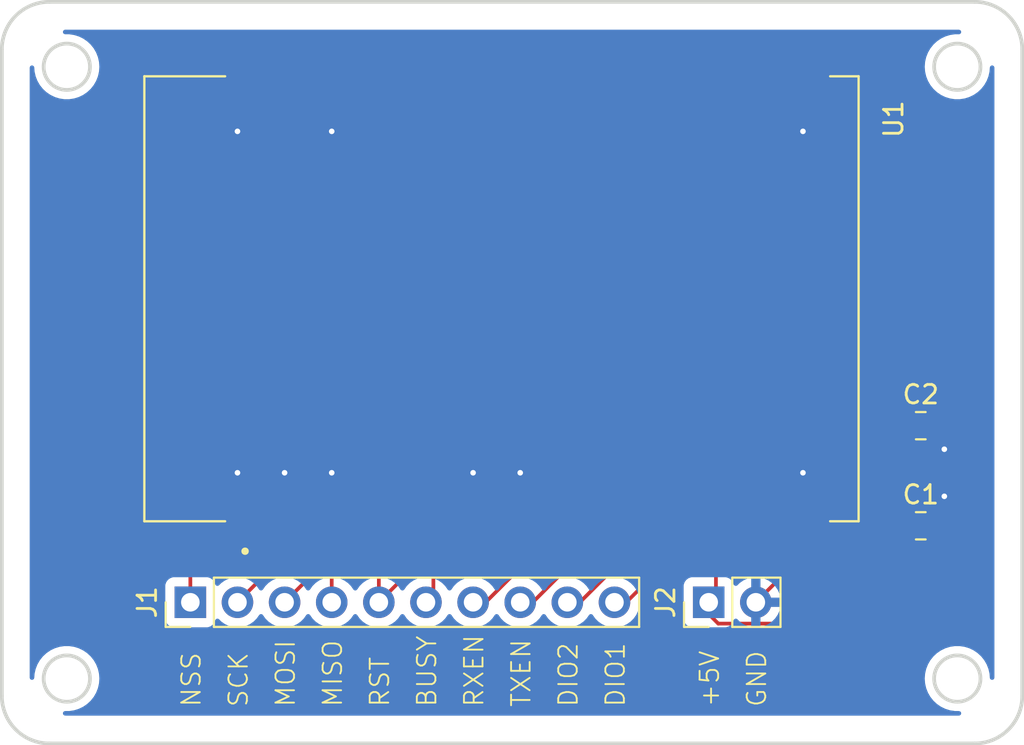
<source format=kicad_pcb>
(kicad_pcb (version 20240108) (generator "pcbnew") (generator_version "8.0")
  (layers (0 "F.Cu" signal) (31 "B.Cu" signal) (34 "B.Paste" user) (35 "F.Paste" user) (36 "B.SilkS" user "B.Silkscreen") (37 "F.SilkS" user "F.Silkscreen") (38 "B.Mask" user) (39 "F.Mask" user) (44 "Edge.Cuts" user))
  (net 0 "")
  (net 1 "+5V")
  (net 2 "GND")
  (net 4 "MISO")
  (net 5 "RXEN")
  (net 6 "MOSI")
  (net 7 "DIO1")
  (net 8 "NSS")
  (net 9 "DIO2")
  (net 10 "TXEN")
  (net 11 "BUSY")
  (net 12 "SCK")
  (net 13 "RST")
  (footprint "Connector_PinHeader_2.54mm:PinHeader_1x10_P2.54mm_Vertical" (layer "F.Cu") (at 119.38 128.905 90)
    (property "Reference" "J1" (at 0 -2.33 90) (layer "F.SilkS"))
    (property "Value" "Conn10")
    (fp_line (start -1.33 -1.33) (end 0 -1.33) (stroke (width 0.12)) (layer "F.SilkS"))
    (fp_line (start -1.33 0) (end -1.33 -1.33) (stroke (width 0.12)) (layer "F.SilkS"))
    (fp_line (start 1.33 1.27) (end 1.33 24.19) (stroke (width 0.12)) (layer "F.SilkS"))
    (fp_line (start -1.33 1.27) (end 1.33 1.27) (stroke (width 0.12)) (layer "F.SilkS"))
    (fp_line (start -1.33 1.27) (end -1.33 24.19) (stroke (width 0.12)) (layer "F.SilkS"))
    (fp_line (start -1.33 24.19) (end 1.33 24.19) (stroke (width 0.12)) (layer "F.SilkS"))
    (pad "1" thru_hole rect (at 0 0 90) (size 1.7 1.7) (drill 1) (layers "*.Cu" "*.Mask") (net 8 "NSS"))
    (pad "2" thru_hole oval (at 0 2.54 90) (size 1.7 1.7) (drill 1) (layers "*.Cu" "*.Mask") (net 12 "SCK"))
    (pad "3" thru_hole oval (at 0 5.08 90) (size 1.7 1.7) (drill 1) (layers "*.Cu" "*.Mask") (net 6 "MOSI"))
    (pad "4" thru_hole oval (at 0 7.62 90) (size 1.7 1.7) (drill 1) (layers "*.Cu" "*.Mask") (net 4 "MISO"))
    (pad "5" thru_hole oval (at 0 10.16 90) (size 1.7 1.7) (drill 1) (layers "*.Cu" "*.Mask") (net 13 "RST"))
    (pad "6" thru_hole oval (at 0 12.7 90) (size 1.7 1.7) (drill 1) (layers "*.Cu" "*.Mask") (net 11 "BUSY"))
    (pad "7" thru_hole oval (at 0 15.24 90) (size 1.7 1.7) (drill 1) (layers "*.Cu" "*.Mask") (net 5 "RXEN"))
    (pad "8" thru_hole oval (at 0 17.78 90) (size 1.7 1.7) (drill 1) (layers "*.Cu" "*.Mask") (net 10 "TXEN"))
    (pad "9" thru_hole oval (at 0 20.32 90) (size 1.7 1.7) (drill 1) (layers "*.Cu" "*.Mask") (net 9 "DIO2"))
    (pad "10" thru_hole oval (at 0 22.86 90) (size 1.7 1.7) (drill 1) (layers "*.Cu" "*.Mask") (net 7 "DIO1"))
  )
  (footprint "Connector_PinHeader_2.54mm:PinHeader_1x02_P2.54mm_Vertical" (layer "F.Cu") (at 147.32 128.905 90)
    (property "Reference" "J2" (at 0 -2.33 90) (layer "F.SilkS"))
    (property "Value" "Conn02")
    (fp_line (start -1.33 -1.33) (end 0 -1.33) (stroke (width 0.12)) (layer "F.SilkS"))
    (fp_line (start -1.33 0) (end -1.33 -1.33) (stroke (width 0.12)) (layer "F.SilkS"))
    (fp_line (start 1.33 1.27) (end 1.33 3.87) (stroke (width 0.12)) (layer "F.SilkS"))
    (fp_line (start -1.33 1.27) (end 1.33 1.27) (stroke (width 0.12)) (layer "F.SilkS"))
    (fp_line (start -1.33 1.27) (end -1.33 3.87) (stroke (width 0.12)) (layer "F.SilkS"))
    (fp_line (start -1.33 3.87) (end 1.33 3.87) (stroke (width 0.12)) (layer "F.SilkS"))
    (pad "1" thru_hole rect (at 0 0 90) (size 1.7 1.7) (drill 1) (layers "*.Cu" "*.Mask") (net 1 "+5V"))
    (pad "2" thru_hole oval (at 0 2.54 90) (size 1.7 1.7) (drill 1) (layers "*.Cu" "*.Mask") (net 2 "GND"))
  )
  (footprint "Capacitor_SMD:C_0805_2012Metric" (layer "F.Cu") (at 158.75 124.78)
    (property "Reference" "C1" (at 0 -1.68 360) (layer "F.SilkS"))
    (property "Value" "10uf")
    (fp_line (start -0.261252 -0.735) (end 0.261252 -0.735) (stroke (width 0.12)) (layer "F.SilkS"))
    (fp_line (start -0.261252 0.735) (end 0.261252 0.735) (stroke (width 0.12)) (layer "F.SilkS"))
    (pad "1" smd roundrect (at -0.95 0) (size 1 1.45) (layers "F.Cu" "F.Paste" "F.Mask") (net 1 "+5V"))
    (pad "2" smd roundrect (at 0.95 0) (size 1 1.45) (layers "F.Cu" "F.Paste" "F.Mask") (net 2 "GND"))
  )
  (footprint "E22M90030S:XCVR_E22-900M30S" (layer "F.Cu") (at 136.15 112.535 -90)
    (property "Reference" "U1" (at -9.69 -21.135 -90) (layer "F.SilkS"))
    (property "Value" "E22-900M30S")
    (fp_line (start -12 19.25) (end -12 14.895) (stroke (width 0.127)) (layer "F.SilkS"))
    (fp_line (start 12 19.25) (end -12 19.25) (stroke (width 0.127)) (layer "F.SilkS"))
    (fp_line (start 12 19.25) (end 12 14.895) (stroke (width 0.127)) (layer "F.SilkS"))
    (fp_line (start -12 -17.715) (end -12 -19.25) (stroke (width 0.127)) (layer "F.SilkS"))
    (fp_line (start -12 -19.25) (end 12 -19.25) (stroke (width 0.127)) (layer "F.SilkS"))
    (fp_line (start 12 -19.25) (end 12 -17.715) (stroke (width 0.127)) (layer "F.SilkS"))
    (fp_circle (center 13.615 13.82) (end 13.715 13.82) (stroke (width 0.2)) (fill none) (layer "F.SilkS"))
    (pad "1" smd rect (at 11.575 13.82 270) (size 2.08 1.51) (layers "F.Cu" "F.Paste" "F.Mask") (net 2 "GND"))
    (pad "2" smd rect (at 11.575 11.28 270) (size 2.08 1.51) (layers "F.Cu" "F.Paste" "F.Mask") (net 2 "GND"))
    (pad "3" smd rect (at 11.575 8.74 270) (size 2.08 1.51) (layers "F.Cu" "F.Paste" "F.Mask") (net 2 "GND"))
    (pad "4" smd rect (at 11.575 1.14 270) (size 2.08 1.51) (layers "F.Cu" "F.Paste" "F.Mask") (net 2 "GND"))
    (pad "5" smd rect (at 11.575 -1.4 270) (size 2.08 1.51) (layers "F.Cu" "F.Paste" "F.Mask") (net 2 "GND"))
    (pad "6" smd rect (at 11.575 -3.94 270) (size 2.08 1.51) (layers "F.Cu" "F.Paste" "F.Mask") (net 5 "RXEN"))
    (pad "7" smd rect (at 11.575 -6.48 270) (size 2.08 1.51) (layers "F.Cu" "F.Paste" "F.Mask") (net 10 "TXEN"))
    (pad "8" smd rect (at 11.575 -9.02 270) (size 2.08 1.51) (layers "F.Cu" "F.Paste" "F.Mask") (net 9 "DIO2"))
    (pad "9" smd rect (at 11.575 -11.56 270) (size 2.08 1.51) (layers "F.Cu" "F.Paste" "F.Mask") (net 1 "+5V"))
    (pad "10" smd rect (at 11.575 -14.1 270) (size 2.08 1.51) (layers "F.Cu" "F.Paste" "F.Mask") (net 1 "+5V"))
    (pad "11" smd rect (at 11.575 -16.64 270) (size 2.08 1.51) (layers "F.Cu" "F.Paste" "F.Mask") (net 2 "GND"))
    (pad "12" smd rect (at -11.575 -16.64 270) (size 2.08 1.51) (layers "F.Cu" "F.Paste" "F.Mask") (net 2 "GND"))
    (pad "13" smd rect (at -11.575 -14.1 270) (size 2.08 1.51) (layers "F.Cu" "F.Paste" "F.Mask") (net 7 "DIO1"))
    (pad "14" smd rect (at -11.575 -11.56 270) (size 2.08 1.51) (layers "F.Cu" "F.Paste" "F.Mask") (net 11 "BUSY"))
    (pad "15" smd rect (at -11.575 -9.02 270) (size 2.08 1.51) (layers "F.Cu" "F.Paste" "F.Mask") (net 13 "RST"))
    (pad "16" smd rect (at -11.575 -6.48 270) (size 2.08 1.51) (layers "F.Cu" "F.Paste" "F.Mask") (net 4 "MISO"))
    (pad "17" smd rect (at -11.575 -3.94 270) (size 2.08 1.51) (layers "F.Cu" "F.Paste" "F.Mask") (net 6 "MOSI"))
    (pad "18" smd rect (at -11.575 -1.4 270) (size 2.08 1.51) (layers "F.Cu" "F.Paste" "F.Mask") (net 12 "SCK"))
    (pad "19" smd rect (at -11.575 1.14 270) (size 2.08 1.51) (layers "F.Cu" "F.Paste" "F.Mask") (net 8 "NSS"))
    (pad "20" smd rect (at -11.575 8.74 270) (size 2.08 1.51) (layers "F.Cu" "F.Paste" "F.Mask") (net 2 "GND"))
    (pad "21" smd rect (at -11.575 11.28 270) (size 2.08 1.51) (layers "F.Cu" "F.Paste" "F.Mask"))
    (pad "22" smd rect (at -11.575 13.82 270) (size 2.08 1.51) (layers "F.Cu" "F.Paste" "F.Mask") (net 2 "GND"))
  )
  (footprint "Capacitor_SMD:C_0805_2012Metric" (layer "F.Cu") (at 158.75 119.38)
    (property "Reference" "C2" (at 0 -1.68 360) (layer "F.SilkS"))
    (property "Value" "100uf")
    (fp_line (start -0.261252 -0.735) (end 0.261252 -0.735) (stroke (width 0.12)) (layer "F.SilkS"))
    (fp_line (start -0.261252 0.735) (end 0.261252 0.735) (stroke (width 0.12)) (layer "F.SilkS"))
    (pad "1" smd roundrect (at -0.95 0) (size 1 1.45) (layers "F.Cu" "F.Paste" "F.Mask") (net 1 "+5V"))
    (pad "2" smd roundrect (at 0.95 0) (size 1 1.45) (layers "F.Cu" "F.Paste" "F.Mask") (net 2 "GND"))
  )
  (gr_arc (start 164.22 133.96) (mid 163.470193 135.770193) (end 161.66 136.52) (stroke (width 0.2)) (layer "Edge.Cuts"))
  (gr_circle (center 112.72 133.02) (end 113.97 133.02) (stroke (width 0.2)) (fill none) (layer "Edge.Cuts"))
  (gr_line (start 109.22 133.96) (end 109.22 99.08) (stroke (width 0.2)) (layer "Edge.Cuts"))
  (gr_circle (center 160.72 133.02) (end 161.97 133.02) (stroke (width 0.2)) (fill none) (layer "Edge.Cuts"))
  (gr_arc (start 109.22 99.08) (mid 109.969807 97.269807) (end 111.78 96.52) (stroke (width 0.2)) (layer "Edge.Cuts"))
  (gr_circle (center 112.72 100.02) (end 113.97 100.02) (stroke (width 0.2)) (fill none) (layer "Edge.Cuts"))
  (gr_line (start 161.66 136.52) (end 111.78 136.52) (stroke (width 0.2)) (layer "Edge.Cuts"))
  (gr_line (start 164.22 99.08) (end 164.22 133.96) (stroke (width 0.2)) (layer "Edge.Cuts"))
  (gr_arc (start 161.66 96.52) (mid 163.470193 97.269807) (end 164.22 99.08) (stroke (width 0.2)) (layer "Edge.Cuts"))
  (gr_circle (center 160.72 100.02) (end 161.97 100.02) (stroke (width 0.2)) (fill none) (layer "Edge.Cuts"))
  (gr_arc (start 111.78 136.52) (mid 109.969807 135.770193) (end 109.22 133.96) (stroke (width 0.2)) (layer "Edge.Cuts"))
  (gr_line (start 111.78 96.52) (end 161.66 96.52) (stroke (width 0.2)) (layer "Edge.Cuts"))
  (gr_text "MOSI" (at 125.095 134.62 90) (layer "F.SilkS") (effects (font (size 1 1) (thickness 0.1)) (justify left bottom)))
  (gr_text "+5V" (at 147.955 134.62 90) (layer "F.SilkS") (effects (font (size 1 1) (thickness 0.1)) (justify left bottom)))
  (gr_text "MISO" (at 127.635 134.62 90) (layer "F.SilkS") (effects (font (size 1 1) (thickness 0.1)) (justify left bottom)))
  (gr_text "GND" (at 150.495 134.62 90) (layer "F.SilkS") (effects (font (size 1 1) (thickness 0.1)) (justify left bottom)))
  (gr_text "DIO2" (at 140.335 134.62 90) (layer "F.SilkS") (effects (font (size 1 1) (thickness 0.1)) (justify left bottom)))
  (gr_text "SCK" (at 122.555 134.62 90) (layer "F.SilkS") (effects (font (size 1 1) (thickness 0.1)) (justify left bottom)))
  (gr_text "NSS" (at 120.015 134.62 90) (layer "F.SilkS") (effects (font (size 1 1) (thickness 0.1)) (justify left bottom)))
  (gr_text "RXEN" (at 135.255 134.62 90) (layer "F.SilkS") (effects (font (size 1 1) (thickness 0.1)) (justify left bottom)))
  (gr_text "BUSY" (at 132.715 134.62 90) (layer "F.SilkS") (effects (font (size 1 1) (thickness 0.1)) (justify left bottom)))
  (gr_text "DIO1" (at 142.875 134.62 90) (layer "F.SilkS") (effects (font (size 1 1) (thickness 0.1)) (justify left bottom)))
  (gr_text "TXEN" (at 137.795 134.62 90) (layer "F.SilkS") (effects (font (size 1 1) (thickness 0.1)) (justify left bottom)))
  (gr_text "RST" (at 130.175 134.62 90) (layer "F.SilkS") (effects (font (size 1 1) (thickness 0.1)) (justify left bottom)))
  (segment (start 152.525 130.055) (end 157.8 124.78) (width 0.2) (layer "F.Cu") (net 1))
  (segment (start 147.71 124.11) (end 150.25 124.11) (width 0.2) (layer "F.Cu") (net 1))
  (segment (start 147.835 130.055) (end 152.525 130.055) (width 0.2) (layer "F.Cu") (net 1))
  (segment (start 147.71 128.515) (end 147.32 128.905) (width 0.2) (layer "F.Cu") (net 1))
  (segment (start 157.8 124.78) (end 157.8 119.38) (width 0.2) (layer "F.Cu") (net 1))
  (segment (start 147.32 128.905) (end 147.32 129.54) (width 0.2) (layer "F.Cu") (net 1))
  (segment (start 147.32 129.54) (end 147.835 130.055) (width 0.2) (layer "F.Cu") (net 1))
  (segment (start 147.71 124.11) (end 147.71 128.515) (width 0.2) (layer "F.Cu") (net 1))
  (segment (start 127.41 103.095) (end 127.41 100.96) (width 0.2) (layer "F.Cu") (net 2))
  (segment (start 124.46 121.92) (end 124.87 122.33) (width 0.2) (layer "F.Cu") (net 2))
  (segment (start 149.86 128.905) (end 152.79 125.975) (width 0.2) (layer "F.Cu") (net 2))
  (segment (start 121.92 121.92) (end 122.33 122.33) (width 0.2) (layer "F.Cu") (net 2))
  (segment (start 137.55 122.31) (end 137.55 124.11) (width 0.2) (layer "F.Cu") (net 2))
  (segment (start 134.62 121.92) (end 134.62 123.72) (width 0.2) (layer "F.Cu") (net 2))
  (segment (start 121.92 103.505) (end 122.33 103.095) (width 0.2) (layer "F.Cu") (net 2))
  (segment (start 137.16 121.92) (end 137.55 122.31) (width 0.2) (layer "F.Cu") (net 2))
  (segment (start 152.79 125.975) (end 152.79 124.11) (width 0.2) (layer "F.Cu") (net 2))
  (segment (start 152.4 103.505) (end 152.79 103.115) (width 0.2) (layer "F.Cu") (net 2))
  (segment (start 152.4 121.92) (end 152.79 122.31) (width 0.2) (layer "F.Cu") (net 2))
  (segment (start 159.7 120.33) (end 160.02 120.65) (width 0.2) (layer "F.Cu") (net 2))
  (segment (start 127 121.92) (end 127 123.7) (width 0.2) (layer "F.Cu") (net 2))
  (segment (start 122.33 122.33) (end 122.33 124.11) (width 0.2) (layer "F.Cu") (net 2))
  (segment (start 124.87 122.33) (end 124.87 124.11) (width 0.2) (layer "F.Cu") (net 2))
  (segment (start 152.79 122.31) (end 152.79 124.11) (width 0.2) (layer "F.Cu") (net 2))
  (segment (start 127 123.7) (end 127.41 124.11) (width 0.2) (layer "F.Cu") (net 2))
  (segment (start 122.33 103.095) (end 122.33 100.96) (width 0.2) (layer "F.Cu") (net 2))
  (segment (start 152.79 103.115) (end 152.79 100.96) (width 0.2) (layer "F.Cu") (net 2))
  (segment (start 160.02 124.46) (end 159.7 124.78) (width 0.2) (layer "F.Cu") (net 2))
  (segment (start 127 103.505) (end 127.41 103.095) (width 0.2) (layer "F.Cu") (net 2))
  (segment (start 134.62 123.72) (end 135.01 124.11) (width 0.2) (layer "F.Cu") (net 2))
  (segment (start 160.02 123.19) (end 160.02 124.46) (width 0.2) (layer "F.Cu") (net 2))
  (segment (start 159.7 119.38) (end 159.7 120.33) (width 0.2) (layer "F.Cu") (net 2))
  (via (at 124.46 121.92) (size 0.6) (drill 0.3) (layers "F.Cu" "B.Cu") (net 2))
  (via (at 121.92 121.92) (size 0.6) (drill 0.3) (layers "F.Cu" "B.Cu") (net 2))
  (via (at 127 121.92) (size 0.6) (drill 0.3) (layers "F.Cu" "B.Cu") (net 2))
  (via (at 121.92 103.505) (size 0.6) (drill 0.3) (layers "F.Cu" "B.Cu") (net 2))
  (via (at 137.16 121.92) (size 0.6) (drill 0.3) (layers "F.Cu" "B.Cu") (net 2))
  (via (at 160.02 123.19) (size 0.6) (drill 0.3) (layers "F.Cu" "B.Cu") (net 2))
  (via (at 152.4 121.92) (size 0.6) (drill 0.3) (layers "F.Cu" "B.Cu") (net 2))
  (via (at 152.4 103.505) (size 0.6) (drill 0.3) (layers "F.Cu" "B.Cu") (net 2))
  (via (at 127 103.505) (size 0.6) (drill 0.3) (layers "F.Cu" "B.Cu") (net 2))
  (via (at 134.62 121.92) (size 0.6) (drill 0.3) (layers "F.Cu" "B.Cu") (net 2))
  (via (at 160.02 120.65) (size 0.6) (drill 0.3) (layers "F.Cu" "B.Cu") (net 2))
  (segment (start 129.54 124.46) (end 127 127) (width 0.2) (layer "F.Cu") (net 4))
  (segment (start 127 127) (end 127 128.905) (width 0.2) (layer "F.Cu") (net 4))
  (segment (start 129.54 114.3) (end 129.54 124.46) (width 0.2) (layer "F.Cu") (net 4))
  (segment (start 142.63 100.96) (end 142.63 101.21) (width 0.2) (layer "F.Cu") (net 4))
  (segment (start 142.63 101.21) (end 129.54 114.3) (width 0.2) (layer "F.Cu") (net 4))
  (segment (start 135.295 128.905) (end 134.62 128.905) (width 0.2) (layer "F.Cu") (net 5))
  (segment (start 140.09 124.11) (end 135.295 128.905) (width 0.2) (layer "F.Cu") (net 5))
  (segment (start 126.355 127.01) (end 124.46 128.905) (width 0.2) (layer "F.Cu") (net 6))
  (segment (start 140.09 100.96) (end 126.355 114.695) (width 0.2) (layer "F.Cu") (net 6))
  (segment (start 126.355 114.695) (end 126.355 127.01) (width 0.2) (layer "F.Cu") (net 6))
  (segment (start 150.25 116.635) (end 146.225 120.66) (width 0.2) (layer "F.Cu") (net 7))
  (segment (start 142.875 128.905) (end 142.24 128.905) (width 0.2) (layer "F.Cu") (net 7))
  (segment (start 150.25 100.96) (end 150.25 116.635) (width 0.2) (layer "F.Cu") (net 7))
  (segment (start 146.225 125.555) (end 142.875 128.905) (width 0.2) (layer "F.Cu") (net 7))
  (segment (start 146.225 120.66) (end 146.225 125.555) (width 0.2) (layer "F.Cu") (net 7))
  (segment (start 135.01 100.96) (end 119.38 116.59) (width 0.2) (layer "F.Cu") (net 8))
  (segment (start 119.38 116.59) (end 119.38 128.905) (width 0.2) (layer "F.Cu") (net 8))
  (segment (start 140.375 128.905) (end 139.7 128.905) (width 0.2) (layer "F.Cu") (net 9))
  (segment (start 145.17 124.11) (end 140.375 128.905) (width 0.2) (layer "F.Cu") (net 9))
  (segment (start 137.835 128.905) (end 137.16 128.905) (width 0.2) (layer "F.Cu") (net 10))
  (segment (start 142.63 124.11) (end 137.835 128.905) (width 0.2) (layer "F.Cu") (net 10))
  (segment (start 134.62 119.38) (end 132.48 121.52) (width 0.2) (layer "F.Cu") (net 11))
  (segment (start 132.61 128.905) (end 132.08 128.905) (width 0.2) (layer "F.Cu") (net 11))
  (segment (start 132.48 121.52) (end 132.48 128.505) (width 0.2) (layer "F.Cu") (net 11))
  (segment (start 134.62 114.05) (end 134.62 119.38) (width 0.2) (layer "F.Cu") (net 11))
  (segment (start 132.48 128.505) (end 132.08 128.905) (width 0.2) (layer "F.Cu") (net 11))
  (segment (start 147.71 100.96) (end 134.62 114.05) (width 0.2) (layer "F.Cu") (net 11))
  (segment (start 123.385 127.44) (end 121.92 128.905) (width 0.2) (layer "F.Cu") (net 12))
  (segment (start 123.385 115.125) (end 123.385 127.44) (width 0.2) (layer "F.Cu") (net 12))
  (segment (start 137.55 100.96) (end 123.385 115.125) (width 0.2) (layer "F.Cu") (net 12))
  (segment (start 132.08 114.3) (end 132.08 126.365) (width 0.2) (layer "F.Cu") (net 13))
  (segment (start 129.54 127.185) (end 129.54 128.905) (width 0.2) (layer "F.Cu") (net 13))
  (segment (start 145.17 100.96) (end 145.17 101.21) (width 0.2) (layer "F.Cu") (net 13))
  (segment (start 145.17 101.21) (end 132.08 114.3) (width 0.2) (layer "F.Cu") (net 13))
  (segment (start 132.08 126.365) (end 129.54 128.905) (width 0.2) (layer "F.Cu") (net 13))
  (zone (net 2) (net_name "GND") (layer "B.Cu") (connect_pads (clearance 0.5)) (min_thickness 0.25) (fill yes (thermal_gap 0.5) (thermal_bridge_width 0.5))
    (polygon (pts (arc (start 160.72 135.02) (mid 162.134214 134.434214) (end 162.72 133.02)) (arc (start 162.72 100.02) (mid 162.134214 98.605786) (end 160.72 98.02)) (arc (start 112.72 98.02) (mid 111.305786 98.605786) (end 110.72 100.02)) (arc (start 110.72 133.02) (mid 111.305786 134.434214) (end 112.72 135.02))))
  )
)
</source>
